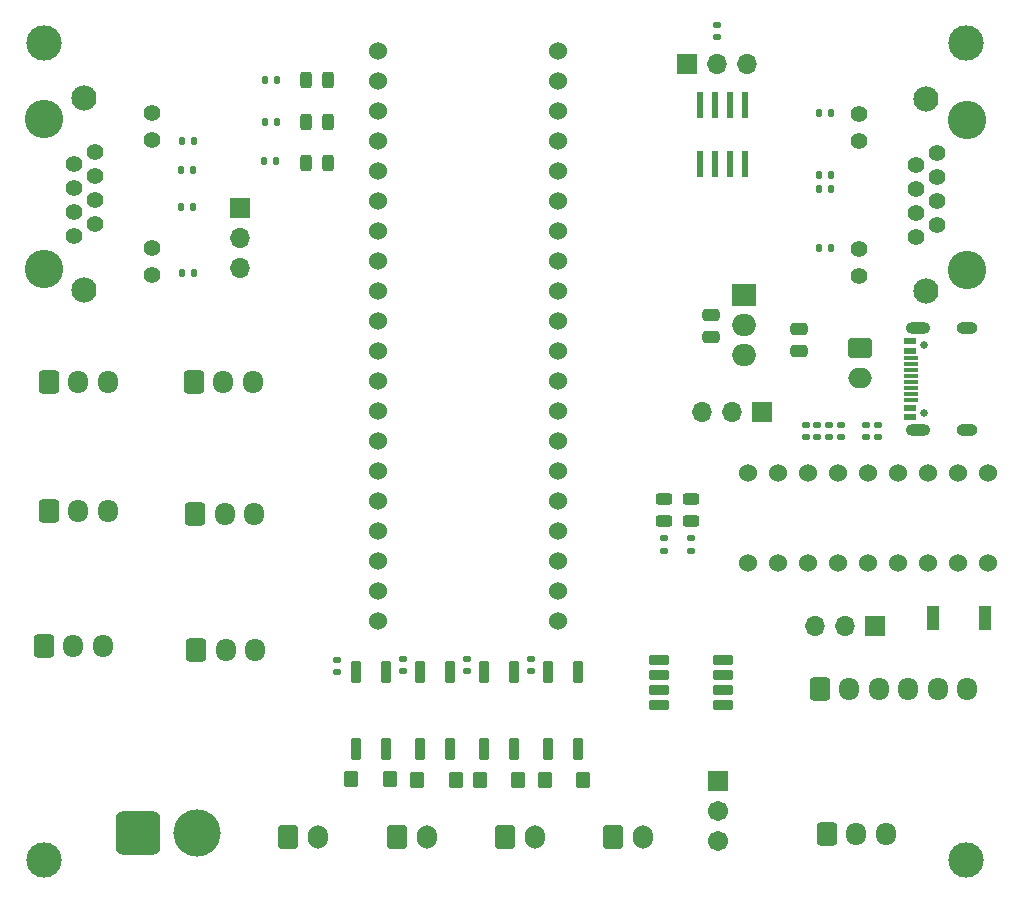
<source format=gbr>
%TF.GenerationSoftware,KiCad,Pcbnew,8.0.8*%
%TF.CreationDate,2025-09-27T22:11:16+09:00*%
%TF.ProjectId,esp_bluepill_board,6573705f-626c-4756-9570-696c6c5f626f,rev?*%
%TF.SameCoordinates,Original*%
%TF.FileFunction,Soldermask,Top*%
%TF.FilePolarity,Negative*%
%FSLAX46Y46*%
G04 Gerber Fmt 4.6, Leading zero omitted, Abs format (unit mm)*
G04 Created by KiCad (PCBNEW 8.0.8) date 2025-09-27 22:11:16*
%MOMM*%
%LPD*%
G01*
G04 APERTURE LIST*
G04 Aperture macros list*
%AMRoundRect*
0 Rectangle with rounded corners*
0 $1 Rounding radius*
0 $2 $3 $4 $5 $6 $7 $8 $9 X,Y pos of 4 corners*
0 Add a 4 corners polygon primitive as box body*
4,1,4,$2,$3,$4,$5,$6,$7,$8,$9,$2,$3,0*
0 Add four circle primitives for the rounded corners*
1,1,$1+$1,$2,$3*
1,1,$1+$1,$4,$5*
1,1,$1+$1,$6,$7*
1,1,$1+$1,$8,$9*
0 Add four rect primitives between the rounded corners*
20,1,$1+$1,$2,$3,$4,$5,0*
20,1,$1+$1,$4,$5,$6,$7,0*
20,1,$1+$1,$6,$7,$8,$9,0*
20,1,$1+$1,$8,$9,$2,$3,0*%
G04 Aperture macros list end*
%ADD10C,0.650000*%
%ADD11R,1.045000X0.600000*%
%ADD12R,1.240000X0.300000*%
%ADD13O,2.100000X1.000000*%
%ADD14O,1.800000X1.000000*%
%ADD15R,1.700000X1.700000*%
%ADD16O,1.700000X1.700000*%
%ADD17RoundRect,0.250000X-0.600000X-0.725000X0.600000X-0.725000X0.600000X0.725000X-0.600000X0.725000X0*%
%ADD18O,1.700000X1.950000*%
%ADD19RoundRect,0.243750X-0.243750X-0.456250X0.243750X-0.456250X0.243750X0.456250X-0.243750X0.456250X0*%
%ADD20C,3.251200*%
%ADD21C,1.397000*%
%ADD22C,2.133600*%
%ADD23C,3.000000*%
%ADD24RoundRect,0.102000X0.457200X0.609600X-0.457200X0.609600X-0.457200X-0.609600X0.457200X-0.609600X0*%
%ADD25RoundRect,0.135000X-0.135000X-0.185000X0.135000X-0.185000X0.135000X0.185000X-0.135000X0.185000X0*%
%ADD26RoundRect,0.250000X-0.600000X-0.750000X0.600000X-0.750000X0.600000X0.750000X-0.600000X0.750000X0*%
%ADD27O,1.700000X2.000000*%
%ADD28RoundRect,0.135000X0.185000X-0.135000X0.185000X0.135000X-0.185000X0.135000X-0.185000X-0.135000X0*%
%ADD29RoundRect,0.135000X-0.185000X0.135000X-0.185000X-0.135000X0.185000X-0.135000X0.185000X0.135000X0*%
%ADD30RoundRect,0.243750X0.456250X-0.243750X0.456250X0.243750X-0.456250X0.243750X-0.456250X-0.243750X0*%
%ADD31RoundRect,0.102000X-0.285000X0.805000X-0.285000X-0.805000X0.285000X-0.805000X0.285000X0.805000X0*%
%ADD32RoundRect,0.102000X-0.754000X0.754000X-0.754000X-0.754000X0.754000X-0.754000X0.754000X0.754000X0*%
%ADD33C,1.712000*%
%ADD34RoundRect,0.135000X0.135000X0.185000X-0.135000X0.185000X-0.135000X-0.185000X0.135000X-0.185000X0*%
%ADD35R,0.558800X2.286000*%
%ADD36RoundRect,0.102000X-0.775000X-0.300000X0.775000X-0.300000X0.775000X0.300000X-0.775000X0.300000X0*%
%ADD37RoundRect,0.250000X-0.750000X0.600000X-0.750000X-0.600000X0.750000X-0.600000X0.750000X0.600000X0*%
%ADD38O,2.000000X1.700000*%
%ADD39R,1.050000X2.000000*%
%ADD40RoundRect,0.250000X-0.475000X0.250000X-0.475000X-0.250000X0.475000X-0.250000X0.475000X0.250000X0*%
%ADD41C,1.524000*%
%ADD42R,2.000000X1.905000*%
%ADD43O,2.000000X1.905000*%
%ADD44RoundRect,0.760000X-1.140000X-1.140000X1.140000X-1.140000X1.140000X1.140000X-1.140000X1.140000X0*%
%ADD45C,4.000000*%
G04 APERTURE END LIST*
D10*
%TO.C,J19*%
X97820000Y-54690000D03*
X97820000Y-48910000D03*
D11*
X96602500Y-55000000D03*
X96602500Y-54200000D03*
D12*
X96700000Y-53050000D03*
X96700000Y-52050000D03*
X96700000Y-51550000D03*
X96700000Y-50550000D03*
D11*
X96602500Y-49400000D03*
X96602500Y-48600000D03*
D12*
X96700000Y-50050000D03*
X96700000Y-51050000D03*
X96700000Y-52550000D03*
X96700000Y-53550000D03*
D13*
X97300000Y-56120000D03*
D14*
X101500000Y-56120000D03*
D13*
X97300000Y-47480000D03*
D14*
X101500000Y-47480000D03*
%TD*%
D15*
%TO.C,J20*%
X39900000Y-37320000D03*
D16*
X39900000Y-39860000D03*
X39900000Y-42400000D03*
%TD*%
D15*
%TO.C,SW2*%
X84125000Y-54600000D03*
D16*
X81585000Y-54600000D03*
X79045000Y-54600000D03*
%TD*%
D15*
%TO.C,J4*%
X77760000Y-25100000D03*
D16*
X80300000Y-25100000D03*
X82840000Y-25100000D03*
%TD*%
D15*
%TO.C,J1*%
X93700000Y-72700000D03*
D16*
X91160000Y-72700000D03*
X88620000Y-72700000D03*
%TD*%
D17*
%TO.C,J14*%
X36000000Y-52000000D03*
D18*
X38500000Y-52000000D03*
X41000000Y-52000000D03*
%TD*%
D19*
%TO.C,D3*%
X45522500Y-30000000D03*
X47397500Y-30000000D03*
%TD*%
D20*
%TO.C,J3*%
X23271000Y-29778000D03*
X23271000Y-42478000D03*
D21*
X25811000Y-39684000D03*
X27589000Y-38668000D03*
X25811000Y-37652000D03*
X27589000Y-36636000D03*
X25811000Y-35620000D03*
X27589000Y-34604000D03*
X25811000Y-33588000D03*
X27589000Y-32572000D03*
X32415000Y-42986000D03*
X32415000Y-40700000D03*
X32415000Y-31556000D03*
X32415000Y-29270000D03*
D22*
X26700000Y-28000000D03*
X26700000Y-44256000D03*
%TD*%
D23*
%TO.C,REF\u002A\u002A*%
X101400000Y-23300000D03*
%TD*%
D24*
%TO.C,D6*%
X65691700Y-85717500D03*
X68968300Y-85717500D03*
%TD*%
D25*
%TO.C,R10*%
X42050000Y-26500000D03*
X43070000Y-26500000D03*
%TD*%
D26*
%TO.C,J12*%
X44000000Y-90600000D03*
D27*
X46500000Y-90600000D03*
%TD*%
D25*
%TO.C,R11*%
X42050000Y-30000000D03*
X43070000Y-30000000D03*
%TD*%
%TO.C,R16*%
X35000000Y-31600000D03*
X36020000Y-31600000D03*
%TD*%
D28*
%TO.C,R12*%
X80300000Y-22810000D03*
X80300000Y-21790000D03*
%TD*%
D29*
%TO.C,R4*%
X87800000Y-55690000D03*
X87800000Y-56710000D03*
%TD*%
D20*
%TO.C,J2*%
X101429000Y-42522000D03*
X101429000Y-29822000D03*
D21*
X98889000Y-32616000D03*
X97111000Y-33632000D03*
X98889000Y-34648000D03*
X97111000Y-35664000D03*
X98889000Y-36680000D03*
X97111000Y-37696000D03*
X98889000Y-38712000D03*
X97111000Y-39728000D03*
X92285000Y-29314000D03*
X92285000Y-31600000D03*
X92285000Y-40744000D03*
X92285000Y-43030000D03*
D22*
X98000000Y-44300000D03*
X98000000Y-28044000D03*
%TD*%
D28*
%TO.C,R5*%
X93900000Y-56710000D03*
X93900000Y-55690000D03*
%TD*%
D30*
%TO.C,D4*%
X75800000Y-63837500D03*
X75800000Y-61962500D03*
%TD*%
D31*
%TO.C,U6*%
X63100000Y-76600000D03*
X60560000Y-76600000D03*
X60560000Y-83100000D03*
X63100000Y-83100000D03*
%TD*%
D32*
%TO.C,PS1*%
X80400000Y-85820000D03*
D33*
X80400000Y-88360000D03*
X80400000Y-90900000D03*
%TD*%
D28*
%TO.C,R7*%
X78100000Y-66310000D03*
X78100000Y-65290000D03*
%TD*%
D34*
%TO.C,R15*%
X89910000Y-40700000D03*
X88890000Y-40700000D03*
%TD*%
D17*
%TO.C,J16*%
X36100000Y-63200000D03*
D18*
X38600000Y-63200000D03*
X41100000Y-63200000D03*
%TD*%
D25*
%TO.C,R21*%
X88890000Y-35700000D03*
X89910000Y-35700000D03*
%TD*%
D17*
%TO.C,J8*%
X89600000Y-90300000D03*
D18*
X92100000Y-90300000D03*
X94600000Y-90300000D03*
%TD*%
D25*
%TO.C,R23*%
X88890000Y-34500000D03*
X89910000Y-34500000D03*
%TD*%
D24*
%TO.C,D9*%
X49291700Y-85617500D03*
X52568300Y-85617500D03*
%TD*%
D29*
%TO.C,R18*%
X59130000Y-75507500D03*
X59130000Y-76527500D03*
%TD*%
D35*
%TO.C,U4*%
X78895000Y-33614600D03*
X80165000Y-33614600D03*
X81435000Y-33614600D03*
X82705000Y-33614600D03*
X82705000Y-28585400D03*
X81435000Y-28585400D03*
X80165000Y-28585400D03*
X78895000Y-28585400D03*
%TD*%
D19*
%TO.C,D2*%
X45522500Y-26500000D03*
X47397500Y-26500000D03*
%TD*%
D26*
%TO.C,J11*%
X53200000Y-90600000D03*
D27*
X55700000Y-90600000D03*
%TD*%
D29*
%TO.C,R2*%
X89800000Y-55690000D03*
X89800000Y-56710000D03*
%TD*%
D17*
%TO.C,J18*%
X36200000Y-74700000D03*
D18*
X38700000Y-74700000D03*
X41200000Y-74700000D03*
%TD*%
D36*
%TO.C,U2*%
X75400000Y-75590000D03*
X75400000Y-76860000D03*
X75400000Y-78130000D03*
X75400000Y-79400000D03*
X80800000Y-75590000D03*
X80800000Y-76860000D03*
X80800000Y-78130000D03*
X80800000Y-79400000D03*
%TD*%
D31*
%TO.C,U5*%
X68500000Y-76600000D03*
X65960000Y-76600000D03*
X65960000Y-83100000D03*
X68500000Y-83100000D03*
%TD*%
D26*
%TO.C,J9*%
X71500000Y-90600000D03*
D27*
X74000000Y-90600000D03*
%TD*%
D34*
%TO.C,R22*%
X35910000Y-34100000D03*
X34890000Y-34100000D03*
%TD*%
D31*
%TO.C,U8*%
X57700000Y-76600000D03*
X55160000Y-76600000D03*
X55160000Y-83100000D03*
X57700000Y-83100000D03*
%TD*%
D34*
%TO.C,R24*%
X35900000Y-37200000D03*
X34880000Y-37200000D03*
%TD*%
D23*
%TO.C,REF\u002A\u002A*%
X23300000Y-92500000D03*
%TD*%
D37*
%TO.C,J5*%
X92400000Y-49200000D03*
D38*
X92400000Y-51700000D03*
%TD*%
D39*
%TO.C,SW1*%
X98575000Y-72000000D03*
X103025000Y-72000000D03*
%TD*%
D25*
%TO.C,R14*%
X34990000Y-42800000D03*
X36010000Y-42800000D03*
%TD*%
D40*
%TO.C,C2*%
X79800000Y-46350000D03*
X79800000Y-48250000D03*
%TD*%
D30*
%TO.C,D5*%
X78100000Y-63837500D03*
X78100000Y-61962500D03*
%TD*%
D28*
%TO.C,R6*%
X92900000Y-56710000D03*
X92900000Y-55690000D03*
%TD*%
D17*
%TO.C,J15*%
X23700000Y-63000000D03*
D18*
X26200000Y-63000000D03*
X28700000Y-63000000D03*
%TD*%
D29*
%TO.C,R17*%
X64530000Y-75507500D03*
X64530000Y-76527500D03*
%TD*%
D34*
%TO.C,R13*%
X89910000Y-29300000D03*
X88890000Y-29300000D03*
%TD*%
D29*
%TO.C,R3*%
X88800000Y-55690000D03*
X88800000Y-56710000D03*
%TD*%
D41*
%TO.C,U1*%
X66800000Y-24020000D03*
X51560000Y-67200000D03*
X66800000Y-29100000D03*
X66800000Y-26560000D03*
X51560000Y-72280000D03*
X51560000Y-69740000D03*
X51560000Y-64660000D03*
X51560000Y-34180000D03*
X51560000Y-36720000D03*
X51560000Y-39260000D03*
X51560000Y-41800000D03*
X51560000Y-44340000D03*
X51560000Y-46880000D03*
X51560000Y-49420000D03*
X51560000Y-51960000D03*
X66800000Y-62120000D03*
X66800000Y-59580000D03*
X66800000Y-57040000D03*
X66800000Y-54500000D03*
X66800000Y-51960000D03*
X66800000Y-49420000D03*
X51560000Y-54500000D03*
X51560000Y-57040000D03*
X66800000Y-46880000D03*
X66800000Y-44340000D03*
X66800000Y-41800000D03*
X66800000Y-39260000D03*
X66800000Y-36720000D03*
X66800000Y-34180000D03*
X66800000Y-31640000D03*
X51560000Y-59580000D03*
X51560000Y-62120000D03*
X66800000Y-72280000D03*
X66800000Y-69740000D03*
X66800000Y-67200000D03*
X66800000Y-64660000D03*
X51560000Y-26560000D03*
X51560000Y-29100000D03*
X51560000Y-31640000D03*
X51560000Y-24020000D03*
%TD*%
D17*
%TO.C,J7*%
X89000000Y-78000000D03*
D18*
X91500000Y-78000000D03*
X94000000Y-78000000D03*
X96500000Y-78000000D03*
X99000000Y-78000000D03*
X101500000Y-78000000D03*
%TD*%
D26*
%TO.C,J10*%
X62350000Y-90575000D03*
D27*
X64850000Y-90575000D03*
%TD*%
D24*
%TO.C,D8*%
X54891700Y-85717500D03*
X58168300Y-85717500D03*
%TD*%
D23*
%TO.C,REF\u002A\u002A*%
X101400000Y-92500000D03*
%TD*%
D17*
%TO.C,J13*%
X23700000Y-52000000D03*
D18*
X26200000Y-52000000D03*
X28700000Y-52000000D03*
%TD*%
D29*
%TO.C,R20*%
X48130000Y-75607500D03*
X48130000Y-76627500D03*
%TD*%
D40*
%TO.C,C1*%
X87200000Y-47550000D03*
X87200000Y-49450000D03*
%TD*%
D23*
%TO.C,REF\u002A\u002A*%
X23300000Y-23300000D03*
%TD*%
D29*
%TO.C,R1*%
X90800000Y-55690000D03*
X90800000Y-56710000D03*
%TD*%
D19*
%TO.C,D1*%
X45522500Y-33500000D03*
X47397500Y-33500000D03*
%TD*%
D42*
%TO.C,U3*%
X82555000Y-44660000D03*
D43*
X82555000Y-47200000D03*
X82555000Y-49740000D03*
%TD*%
D25*
%TO.C,R9*%
X41950000Y-33300000D03*
X42970000Y-33300000D03*
%TD*%
D31*
%TO.C,U9*%
X52300000Y-76600000D03*
X49760000Y-76600000D03*
X49760000Y-83100000D03*
X52300000Y-83100000D03*
%TD*%
D28*
%TO.C,R8*%
X75800000Y-66310000D03*
X75800000Y-65290000D03*
%TD*%
D41*
%TO.C,U7*%
X103200000Y-59780000D03*
X100660000Y-59780000D03*
X98120000Y-59780000D03*
X95580000Y-59780000D03*
X93040000Y-59780000D03*
X90500000Y-59780000D03*
X87960000Y-59780000D03*
X85420000Y-59780000D03*
X82880000Y-59780000D03*
X103200000Y-67400000D03*
X100660000Y-67400000D03*
X98120000Y-67400000D03*
X95580000Y-67400000D03*
X93040000Y-67400000D03*
X90500000Y-67400000D03*
X87960000Y-67400000D03*
X85420000Y-67400000D03*
X82880000Y-67400000D03*
%TD*%
D17*
%TO.C,J17*%
X23300000Y-74400000D03*
D18*
X25800000Y-74400000D03*
X28300000Y-74400000D03*
%TD*%
D24*
%TO.C,D7*%
X60191700Y-85717500D03*
X63468300Y-85717500D03*
%TD*%
D44*
%TO.C,J6*%
X31300000Y-90200000D03*
D45*
X36300000Y-90200000D03*
%TD*%
D29*
%TO.C,R19*%
X53730000Y-75507500D03*
X53730000Y-76527500D03*
%TD*%
M02*

</source>
